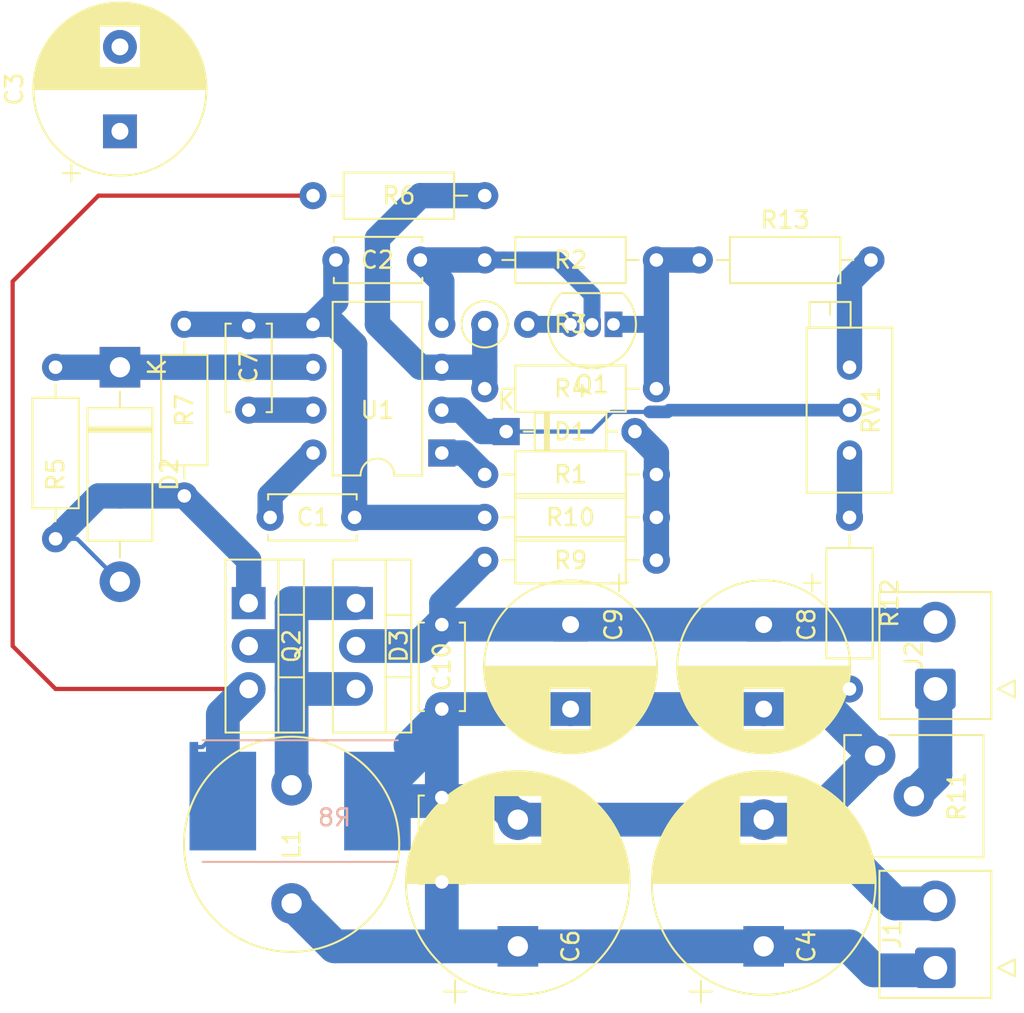
<source format=kicad_pcb>
(kicad_pcb (version 20211014) (generator pcbnew)
  (layers (0 "F.Cu" signal) (31 "B.Cu" signal) (34 "B.Paste" user) (35 "F.Paste" user) (36 "B.SilkS" user "B.Silkscreen") (37 "F.SilkS" user "F.Silkscreen") (38 "B.Mask" user) (39 "F.Mask" user) (44 "Edge.Cuts" user))
  (net 0 "")
  (net 1 "/GND")
  (net 2 "/Vref")
  (net 3 "/RtCt")
  (net 4 "/Vin")
  (net 5 "/Vout")
  (net 6 "/FB")
  (net 7 "/FB_OV")
  (net 8 "/Gate_IC")
  (net 9 "/Gate_M")
  (net 10 "/Vsw")
  (net 11 "/Load_CS")
  (net 12 "Net-(Q1-Pad3)")
  (net 13 "/CS")
  (net 14 "/COMP")
  (net 15 "/CS_flt")
  (net 16 "Net-(R12-Pad1)")
  (net 17 "Net-(R13-Pad2)")
  (footprint "Capacitor_THT:C_Disc_D5.0mm_W2.5mm_P5.00mm" (layer "F.Cu") (at 139.7 73.66)
    (fp_text reference "C1" (at 2.54 0) (layer "F.SilkS"))
    (fp_text value "100n")
    (pad "1" thru_hole circle locked (at 0 0) (size 1.6 1.6) (drill 0.8) (layers *.Cu *.Mask) (net 2 "/Vref"))
    (pad "2" thru_hole circle locked (at 5 0) (size 1.6 1.6) (drill 0.8) (layers *.Cu *.Mask) (net 1 "/GND"))
  )
  (footprint "Capacitor_THT:C_Disc_D5.0mm_W2.5mm_P5.00mm" (layer "F.Cu") (at 148.59 58.42 180)
    (fp_text reference "C2" (at 2.54 0) (layer "F.SilkS"))
    (fp_text value "1n5")
    (pad "1" thru_hole circle locked (at 0 0 180) (size 1.6 1.6) (drill 0.8) (layers *.Cu *.Mask) (net 3 "/RtCt"))
    (pad "2" thru_hole circle locked (at 5 0 180) (size 1.6 1.6) (drill 0.8) (layers *.Cu *.Mask) (net 1 "/GND"))
  )
  (footprint "Capacitor_THT:C_Disc_D5.0mm_W2.5mm_P5.00mm" (layer "F.Cu") (at 149.86 95.25 90)
    (fp_text reference "C5" (at 2.54 0 90) (layer "F.SilkS"))
    (fp_text value "100n")
    (pad "1" thru_hole circle locked (at 0 0 90) (size 1.6 1.6) (drill 0.8) (layers *.Cu *.Mask) (net 4 "/Vin"))
    (pad "2" thru_hole circle locked (at 5 0 90) (size 1.6 1.6) (drill 0.8) (layers *.Cu *.Mask) (net 1 "/GND"))
  )
  (footprint "Capacitor_THT:C_Disc_D5.0mm_W2.5mm_P5.00mm" (layer "F.Cu") (at 138.43 67.31 90)
    (fp_text reference "C7" (at 2.54 0 90) (layer "F.SilkS"))
    (fp_text value "100n")
    (pad "1" thru_hole circle locked (at 0 0 90) (size 1.6 1.6) (drill 0.8) (layers *.Cu *.Mask) (net 4 "/Vin"))
    (pad "2" thru_hole circle locked (at 5 0 90) (size 1.6 1.6) (drill 0.8) (layers *.Cu *.Mask) (net 1 "/GND"))
  )
  (footprint "Capacitor_THT:C_Disc_D5.0mm_W2.5mm_P5.00mm" (layer "F.Cu") (at 149.86 80.01 -90)
    (fp_text reference "C10" (at 2.5 0 90) (layer "F.SilkS"))
    (fp_text value "100n")
    (pad "1" thru_hole circle locked (at 0 0 270) (size 1.6 1.6) (drill 0.8) (layers *.Cu *.Mask) (net 5 "/Vout"))
    (pad "2" thru_hole circle locked (at 5 0 270) (size 1.6 1.6) (drill 0.8) (layers *.Cu *.Mask) (net 1 "/GND"))
  )
  (footprint "Diode_THT:D_DO-35_SOD27_P7.62mm_Horizontal" (layer "F.Cu") (at 153.67 68.58)
    (fp_text reference "D1" (at 3.81 0) (layer "F.SilkS"))
    (fp_text value "1N4148")
    (fp_text user "K" (at 0 -1.8) (layer "F.SilkS"))
    (pad "1" thru_hole rect locked (at 0 0) (size 1.6 1.6) (drill 0.8) (layers *.Cu *.Mask) (net 6 "/FB"))
    (pad "2" thru_hole oval locked (at 7.62 0) (size 1.6 1.6) (drill 0.8) (layers *.Cu *.Mask) (net 7 "/FB_OV"))
  )
  (footprint "Diode_THT:D_DO-15_P12.70mm_Horizontal" (layer "F.Cu") (at 130.81 64.77 -90)
    (fp_text reference "D2" (at 6.35 -2.92 90) (layer "F.SilkS"))
    (fp_text value "D_Schottky")
    (fp_text user "K" (at 0 -2.2 90) (layer "F.SilkS"))
    (pad "1" thru_hole rect locked (at 0 0 270) (size 2.4 2.4) (drill 1.2) (layers *.Cu *.Mask) (net 8 "/Gate_IC"))
    (pad "2" thru_hole oval locked (at 12.7 0 270) (size 2.4 2.4) (drill 1.2) (layers *.Cu *.Mask) (net 9 "/Gate_M"))
  )
  (footprint "Package_TO_SOT_THT:TO-220-3_Vertical" (layer "F.Cu") (at 144.78 78.74 -90)
    (fp_text reference "D3" (at 2.54 -2.54 90) (layer "F.SilkS"))
    (fp_text value "D_Schottky_AKA")
    (pad "1" thru_hole rect locked (at 0 0 270) (size 1.905 2) (drill 1.1) (layers *.Cu *.Mask) (net 10 "/Vsw"))
    (pad "2" thru_hole oval locked (at 2.54 0 270) (size 1.905 2) (drill 1.1) (layers *.Cu *.Mask) (net 5 "/Vout"))
    (pad "3" thru_hole oval locked (at 5.08 0 270) (size 1.905 2) (drill 1.1) (layers *.Cu *.Mask) (net 10 "/Vsw"))
  )
  (footprint "Connector_TE-Connectivity:TE_826576-2_1x02_P3.96mm_Vertical" (layer "F.Cu") (at 179.07 100.33 90)
    (fp_text reference "J1" (at 1.98 -2.54 90) (layer "F.SilkS"))
    (fp_text value "Conn_01x02")
    (pad "1" thru_hole roundrect locked (at 0 0 90) (size 2.4 2.4) (drill 1.4) (layers *.Cu *.Mask) (roundrect_rratio 0.104167) (net 4 "/Vin"))
    (pad "2" thru_hole circle locked (at 3.96 0 90) (size 2.4 2.4) (drill 1.4) (layers *.Cu *.Mask) (net 1 "/GND"))
  )
  (footprint "Connector_TE-Connectivity:TE_826576-2_1x02_P3.96mm_Vertical" (layer "F.Cu") (at 179.07 83.82 90)
    (fp_text reference "J2" (at 1.98 -1.27 90) (layer "F.SilkS"))
    (fp_text value "Conn_01x02")
    (pad "1" thru_hole roundrect locked (at 0 0 90) (size 2.4 2.4) (drill 1.4) (layers *.Cu *.Mask) (roundrect_rratio 0.104167) (net 11 "/Load_CS"))
    (pad "2" thru_hole circle locked (at 3.96 0 90) (size 2.4 2.4) (drill 1.4) (layers *.Cu *.Mask) (net 5 "/Vout"))
  )
  (footprint "Package_TO_SOT_THT:TO-92_Inline" (layer "F.Cu") (at 160.02 62.23 180)
    (fp_text reference "Q1" (at 1.27 -3.56) (layer "F.SilkS"))
    (fp_text value "BC547")
    (pad "1" thru_hole rect locked (at 0 0 180) (size 1.05 1.5) (drill 0.75) (layers *.Cu *.Mask) (net 2 "/Vref"))
    (pad "2" thru_hole oval locked (at 1.27 0 180) (size 1.05 1.5) (drill 0.75) (layers *.Cu *.Mask) (net 3 "/RtCt"))
    (pad "3" thru_hole oval locked (at 2.54 0 180) (size 1.05 1.5) (drill 0.75) (layers *.Cu *.Mask) (net 12 "Net-(Q1-Pad3)"))
  )
  (footprint "Package_TO_SOT_THT:TO-220-3_Vertical" (layer "F.Cu") (at 138.43 78.74 -90)
    (fp_text reference "Q2" (at 2.54 -2.54 90) (layer "F.SilkS"))
    (fp_text value "Q_NMOS_GDS")
    (pad "1" thru_hole rect locked (at 0 0 270) (size 1.905 2) (drill 1.1) (layers *.Cu *.Mask) (net 9 "/Gate_M"))
    (pad "2" thru_hole oval locked (at 2.54 0 270) (size 1.905 2) (drill 1.1) (layers *.Cu *.Mask) (net 10 "/Vsw"))
    (pad "3" thru_hole oval locked (at 5.08 0 270) (size 1.905 2) (drill 1.1) (layers *.Cu *.Mask) (net 13 "/CS"))
  )
  (footprint "Resistor_THT:R_Axial_DIN0207_L6.3mm_D2.5mm_P10.16mm_Horizontal" (layer "F.Cu") (at 152.4 71.12)
    (fp_text reference "R1" (at 5.08 0) (layer "F.SilkS"))
    (fp_text value "68k")
    (pad "1" thru_hole circle locked (at 0 0) (size 1.6 1.6) (drill 0.8) (layers *.Cu *.Mask) (net 14 "/COMP"))
    (pad "2" thru_hole oval locked (at 10.16 0) (size 1.6 1.6) (drill 0.8) (layers *.Cu *.Mask) (net 7 "/FB_OV"))
  )
  (footprint "Resistor_THT:R_Axial_DIN0207_L6.3mm_D2.5mm_P10.16mm_Horizontal" (layer "F.Cu") (at 152.4 58.42)
    (fp_text reference "R2" (at 5.08 0) (layer "F.SilkS"))
    (fp_text value "15k")
    (pad "1" thru_hole circle locked (at 0 0) (size 1.6 1.6) (drill 0.8) (layers *.Cu *.Mask) (net 3 "/RtCt"))
    (pad "2" thru_hole oval locked (at 10.16 0) (size 1.6 1.6) (drill 0.8) (layers *.Cu *.Mask) (net 2 "/Vref"))
  )
  (footprint "Resistor_THT:R_Axial_DIN0207_L6.3mm_D2.5mm_P2.54mm_Vertical" (layer "F.Cu") (at 152.4 62.23)
    (fp_text reference "R3" (at 5.08 0) (layer "F.SilkS"))
    (fp_text value "10k")
    (pad "1" thru_hole circle locked (at 0 0) (size 1.6 1.6) (drill 0.8) (layers *.Cu *.Mask) (net 15 "/CS_flt"))
    (pad "2" thru_hole oval locked (at 2.54 0) (size 1.6 1.6) (drill 0.8) (layers *.Cu *.Mask) (net 12 "Net-(Q1-Pad3)"))
  )
  (footprint "Resistor_THT:R_Axial_DIN0207_L6.3mm_D2.5mm_P10.16mm_Horizontal" (layer "F.Cu") (at 127 74.93 90)
    (fp_text reference "R5" (at 3.81 0 90) (layer "F.SilkS"))
    (fp_text value "10")
    (pad "1" thru_hole circle locked (at 0 0 90) (size 1.6 1.6) (drill 0.8) (layers *.Cu *.Mask) (net 9 "/Gate_M"))
    (pad "2" thru_hole oval locked (at 10.16 0 90) (size 1.6 1.6) (drill 0.8) (layers *.Cu *.Mask) (net 8 "/Gate_IC"))
  )
  (footprint "Resistor_THT:R_Axial_DIN0207_L6.3mm_D2.5mm_P10.16mm_Horizontal" (layer "F.Cu") (at 142.24 54.61)
    (fp_text reference "R6" (at 5.08 0) (layer "F.SilkS"))
    (fp_text value "1k")
    (pad "1" thru_hole circle locked (at 0 0) (size 1.6 1.6) (drill 0.8) (layers *.Cu *.Mask) (net 13 "/CS"))
    (pad "2" thru_hole oval locked (at 10.16 0) (size 1.6 1.6) (drill 0.8) (layers *.Cu *.Mask) (net 15 "/CS_flt"))
  )
  (footprint "Resistor_THT:R_Axial_DIN0207_L6.3mm_D2.5mm_P10.16mm_Horizontal" (layer "F.Cu") (at 134.62 62.23 -90)
    (fp_text reference "R7" (at 5.08 0 90) (layer "F.SilkS"))
    (fp_text value "22k")
    (pad "1" thru_hole circle locked (at 0 0 270) (size 1.6 1.6) (drill 0.8) (layers *.Cu *.Mask) (net 1 "/GND"))
    (pad "2" thru_hole oval locked (at 10.16 0 270) (size 1.6 1.6) (drill 0.8) (layers *.Cu *.Mask) (net 9 "/Gate_M"))
  )
  (footprint "Resistor_THT:R_Axial_DIN0207_L6.3mm_D2.5mm_P10.16mm_Horizontal" (layer "F.Cu") (at 152.4 76.2)
    (fp_text reference "R9" (at 5.08 0) (layer "F.SilkS"))
    (fp_text value "26k7")
    (pad "1" thru_hole circle locked (at 0 0) (size 1.6 1.6) (drill 0.8) (layers *.Cu *.Mask) (net 5 "/Vout"))
    (pad "2" thru_hole oval locked (at 10.16 0) (size 1.6 1.6) (drill 0.8) (layers *.Cu *.Mask) (net 7 "/FB_OV"))
  )
  (footprint "Potentiometer_THT:Potentiometer_Bourns_3296X_Horizontal" (layer "F.Cu") (at 173.99 69.85 -90)
    (fp_text reference "RV1" (at -2.54 -1.27 90) (layer "F.SilkS"))
    (fp_text value "5k")
    (pad "1" thru_hole circle locked (at 0 0 270) (size 1.44 1.44) (drill 0.8) (layers *.Cu *.Mask) (net 16 "Net-(R12-Pad1)"))
    (pad "2" thru_hole circle locked (at -2.54 0 270) (size 1.44 1.44) (drill 0.8) (layers *.Cu *.Mask) (net 6 "/FB"))
    (pad "3" thru_hole circle locked (at -5.08 0 270) (size 1.44 1.44) (drill 0.8) (layers *.Cu *.Mask) (net 17 "Net-(R13-Pad2)"))
  )
  (footprint "Package_DIP:DIP-8_W7.62mm" (layer "F.Cu") (at 149.86 69.85 180)
    (fp_text reference "U1" (at 3.81 2.54) (layer "F.SilkS"))
    (fp_text value "UC3843_DIP8")
    (pad "1" thru_hole rect locked (at 0 0 180) (size 1.6 1.6) (drill 0.8) (layers *.Cu *.Mask) (net 14 "/COMP"))
    (pad "2" thru_hole oval locked (at 0 2.54 180) (size 1.6 1.6) (drill 0.8) (layers *.Cu *.Mask) (net 6 "/FB"))
    (pad "3" thru_hole oval locked (at 0 5.08 180) (size 1.6 1.6) (drill 0.8) (layers *.Cu *.Mask) (net 15 "/CS_flt"))
    (pad "4" thru_hole oval locked (at 0 7.62 180) (size 1.6 1.6) (drill 0.8) (layers *.Cu *.Mask) (net 3 "/RtCt"))
    (pad "5" thru_hole oval locked (at 7.62 7.62 180) (size 1.6 1.6) (drill 0.8) (layers *.Cu *.Mask) (net 1 "/GND"))
    (pad "6" thru_hole oval locked (at 7.62 5.08 180) (size 1.6 1.6) (drill 0.8) (layers *.Cu *.Mask) (net 8 "/Gate_IC"))
    (pad "7" thru_hole oval locked (at 7.62 2.54 180) (size 1.6 1.6) (drill 0.8) (layers *.Cu *.Mask) (net 4 "/Vin"))
    (pad "8" thru_hole oval locked (at 7.62 0 180) (size 1.6 1.6) (drill 0.8) (layers *.Cu *.Mask) (net 2 "/Vref"))
  )
  (footprint "Resistor_THT:R_Axial_DIN0207_L6.3mm_D2.5mm_P10.16mm_Horizontal" (layer "F.Cu") (at 162.56 73.66 180)
    (fp_text reference "R10" (at 5.08 0) (layer "F.SilkS"))
    (fp_text value "2k2")
    (pad "1" thru_hole circle locked (at 0 0 180) (size 1.6 1.6) (drill 0.8) (layers *.Cu *.Mask) (net 7 "/FB_OV"))
    (pad "2" thru_hole oval locked (at 10.16 0 180) (size 1.6 1.6) (drill 0.8) (layers *.Cu *.Mask) (net 1 "/GND"))
  )
  (footprint "Resistor_THT:R_Axial_DIN0207_L6.3mm_D2.5mm_P10.16mm_Horizontal" (layer "F.Cu") (at 162.56 66.04 180)
    (fp_text reference "R4" (at 5.08 0) (layer "F.SilkS"))
    (fp_text value "DNP 27k")
    (pad "1" thru_hole circle locked (at 0 0 180) (size 1.6 1.6) (drill 0.8) (layers *.Cu *.Mask) (net 2 "/Vref"))
    (pad "2" thru_hole oval locked (at 10.16 0 180) (size 1.6 1.6) (drill 0.8) (layers *.Cu *.Mask) (net 15 "/CS_flt"))
  )
  (footprint "Capacitor_THT:CP_Radial_D13.0mm_P7.50mm" (layer "F.Cu") (at 168.91 99.06 90)
    (fp_text reference "C4" (at 0 2.54 90) (layer "F.SilkS"))
    (fp_text value "500u")
    (pad "1" thru_hole rect locked (at 0 0 90) (size 2.4 2.4) (drill 1.2) (layers *.Cu *.Mask) (net 4 "/Vin"))
    (pad "2" thru_hole circle locked (at 7.5 0 90) (size 2.4 2.4) (drill 1.2) (layers *.Cu *.Mask) (net 1 "/GND"))
  )
  (footprint "Capacitor_THT:CP_Radial_D13.0mm_P7.50mm" (layer "F.Cu") (at 154.36 99.06 90)
    (fp_text reference "C6" (at 0 3.12 90) (layer "F.SilkS"))
    (fp_text value "500u")
    (pad "1" thru_hole rect locked (at 0 0 90) (size 2.4 2.4) (drill 1.2) (layers *.Cu *.Mask) (net 4 "/Vin"))
    (pad "2" thru_hole circle locked (at 7.5 0 90) (size 2.4 2.4) (drill 1.2) (layers *.Cu *.Mask) (net 1 "/GND"))
  )
  (footprint "Capacitor_THT:CP_Radial_D10.0mm_P5.00mm" (layer "F.Cu") (at 168.91 80.01 -90)
    (fp_text reference "C8" (at 0 -2.54 90) (layer "F.SilkS"))
    (fp_text value "47u")
    (pad "1" thru_hole rect locked (at 0 0 270) (size 2 2) (drill 1) (layers *.Cu *.Mask) (net 5 "/Vout"))
    (pad "2" thru_hole circle locked (at 5 0 270) (size 2 2) (drill 1) (layers *.Cu *.Mask) (net 1 "/GND"))
  )
  (footprint "Capacitor_THT:CP_Radial_D10.0mm_P5.00mm" (layer "F.Cu") (at 157.48 80.01 -90)
    (fp_text reference "C9" (at 0 -2.54 90) (layer "F.SilkS"))
    (fp_text value "47u")
    (pad "1" thru_hole rect locked (at 0 0 270) (size 2 2) (drill 1) (layers *.Cu *.Mask) (net 5 "/Vout"))
    (pad "2" thru_hole circle locked (at 5 0 270) (size 2 2) (drill 1) (layers *.Cu *.Mask) (net 1 "/GND"))
  )
  (footprint "Inductor_THT:L_Radial_D12.5mm_P7.00mm_Fastron_09HCP" (layer "F.Cu") (at 140.97 96.52 90)
    (fp_text reference "L1" (at 3.5 0 90) (layer "F.SilkS"))
    (fp_text value "33u")
    (pad "1" thru_hole circle locked (at 0 0 90) (size 2.4 2.4) (drill 1.2) (layers *.Cu *.Mask) (net 4 "/Vin"))
    (pad "2" thru_hole circle locked (at 7 0 90) (size 2.4 2.4) (drill 1.2) (layers *.Cu *.Mask) (net 10 "/Vsw"))
  )
  (footprint "Resistor_THT:R_Radial_Power_L7.0mm_W8.0mm_Px2.40mm_Py2.30mm" (layer "F.Cu") (at 177.8 90.17 90)
    (fp_text reference "R11" (at 0 2.54 90) (layer "F.SilkS"))
    (fp_text value "220m")
    (pad "1" thru_hole circle locked (at 0 0 90) (size 2.4 2.4) (drill 1.2) (layers *.Cu *.Mask) (net 11 "/Load_CS"))
    (pad "2" thru_hole circle locked (at 2.4 -2.3 90) (size 2.4 2.4) (drill 1.2) (layers *.Cu *.Mask) (net 1 "/GND"))
  )
  (footprint "Resistor_THT:R_Axial_DIN0207_L6.3mm_D2.5mm_P10.16mm_Horizontal" (layer "F.Cu") (at 173.99 73.66 -90)
    (fp_text reference "R12" (at 5.08 -2.37 90) (layer "F.SilkS"))
    (fp_text value "68k")
    (pad "1" thru_hole circle locked (at 0 0 270) (size 1.6 1.6) (drill 0.8) (layers *.Cu *.Mask) (net 16 "Net-(R12-Pad1)"))
    (pad "2" thru_hole oval locked (at 10.16 0 270) (size 1.6 1.6) (drill 0.8) (layers *.Cu *.Mask) (net 11 "/Load_CS"))
  )
  (footprint "Resistor_THT:R_Axial_DIN0207_L6.3mm_D2.5mm_P10.16mm_Horizontal" (layer "F.Cu") (at 165.1 58.42)
    (fp_text reference "R13" (at 5.08 -2.37) (layer "F.SilkS"))
    (fp_text value "80k")
    (pad "1" thru_hole circle locked (at 0 0) (size 1.6 1.6) (drill 0.8) (layers *.Cu *.Mask) (net 2 "/Vref"))
    (pad "2" thru_hole oval locked (at 10.16 0) (size 1.6 1.6) (drill 0.8) (layers *.Cu *.Mask) (net 17 "Net-(R13-Pad2)"))
  )
  (footprint "Capacitor_THT:CP_Radial_D10.0mm_P5.00mm" (layer "F.Cu") (at 130.81 50.8 90)
    (fp_text reference "C3" (at 2.5 -6.25 90) (layer "F.SilkS"))
    (fp_text value "10u")
    (pad "1" thru_hole rect locked (at 0 0 90) (size 2 2) (drill 1) (layers *.Cu *.Mask) (net 4 "/Vin"))
    (pad "2" thru_hole circle locked (at 5 0 90) (size 2 2) (drill 1) (layers *.Cu *.Mask) (net 1 "/GND"))
  )
  (footprint "Resistor_SMD:R_Shunt_Vishay_WSR2_WSR3_KelvinConnection" (layer "B.Cu") (at 141.475 90.17)
    (fp_text reference "R8" (at 2.035 1.27 180) (layer "B.SilkS") (effects (justify mirror)))
    (fp_text value "100m")
    (pad "1" smd rect locked (at -6.29 -2.91) (size 0.51 0.6) (layers "B.Cu" "B.Paste" "B.Mask") (net 13 "/CS"))
    (pad "1" smd rect locked (at -4.575 0.29) (size 3.94 5.84) (layers "B.Cu" "B.Paste" "B.Mask") (net 13 "/CS"))
    (pad "2" smd rect locked (at 4.575 0.29) (size 3.94 5.84) (layers "B.Cu" "B.Paste" "B.Mask") (net 1 "/GND"))
    (pad "2" smd rect locked (at 6.29 -2.91) (size 0.51 0.6) (layers "B.Cu" "B.Paste" "B.Mask") (net 1 "/GND"))
  )
  (segment (start 172.74 85.01) (end 175.5 87.77) (width 2) (layer "B.Cu") (net 1))
  (segment (start 168.91 85.01) (end 172.74 85.01) (width 2) (layer "B.Cu") (net 1))
  (segment (start 171.71 91.56) (end 175.5 87.77) (width 2) (layer "B.Cu") (net 1))
  (segment (start 149.86 86.65) (end 146.05 90.46) (width 1.5) (layer "B.Cu") (net 1))
  (segment (start 179.07 96.52) (end 176.67 96.52) (width 2) (layer "B.Cu") (net 1))
  (segment (start 144.7 63.42) (end 143.51 62.23) (width 1.5) (layer "B.Cu") (net 1))
  (segment (start 153.26 90.46) (end 154.36 91.56) (width 2) (layer "B.Cu") (net 1))
  (segment (start 142.16 62.31) (end 142.24 62.23) (width 1.5) (layer "B.Cu") (net 1))
  (segment (start 149.86 85.01) (end 149.86 90.25) (width 2) (layer "B.Cu") (net 1))
  (segment (start 176.67 96.52) (end 171.71 91.56) (width 2) (layer "B.Cu") (net 1))
  (segment (start 146.05 90.46) (end 153.26 90.46) (width 2) (layer "B.Cu") (net 1))
  (segment (start 149.86 85.01) (end 149.86 86.65) (width 1.5) (layer "B.Cu") (net 1))
  (segment (start 138.35 62.23) (end 138.43 62.31) (width 1.5) (layer "B.Cu") (net 1))
  (segment (start 147.765 87.105) (end 149.86 85.01) (width 1.5) (layer "B.Cu") (net 1))
  (segment (start 152.4 73.66) (end 144.7 73.66) (width 1.5) (layer "B.Cu") (net 1))
  (segment (start 134.62 62.23) (end 138.35 62.23) (width 1.5) (layer "B.Cu") (net 1))
  (segment (start 143.59 58.42) (end 143.59 60.88) (width 1.5) (layer "B.Cu") (net 1))
  (segment (start 147.765 87.26) (end 147.765 87.105) (width 1.5) (layer "B.Cu") (net 1))
  (segment (start 144.7 73.66) (end 144.7 63.42) (width 1.5) (layer "B.Cu") (net 1))
  (segment (start 138.43 62.31) (end 142.16 62.31) (width 1.5) (layer "B.Cu") (net 1))
  (segment (start 168.91 85.01) (end 149.86 85.01) (width 2) (layer "B.Cu") (net 1))
  (segment (start 143.59 60.88) (end 142.24 62.23) (width 1.5) (layer "B.Cu") (net 1))
  (segment (start 168.91 91.56) (end 154.36 91.56) (width 2) (layer "B.Cu") (net 1))
  (segment (start 143.51 62.23) (end 142.24 62.23) (width 1.5) (layer "B.Cu") (net 1))
  (segment (start 168.91 91.56) (end 171.71 91.56) (width 2) (layer "B.Cu") (net 1))
  (segment (start 139.7 73.66) (end 139.7 72.39) (width 1.5) (layer "B.Cu") (net 2))
  (segment (start 160.02 62.23) (end 161.545 62.23) (width 1) (layer "B.Cu") (net 2))
  (segment (start 162.56 62.23) (end 162.56 58.42) (width 1.5) (layer "B.Cu") (net 2))
  (segment (start 139.7 72.39) (end 142.24 69.85) (width 1.5) (layer "B.Cu") (net 2))
  (segment (start 165.1 58.42) (end 162.56 58.42) (width 1.5) (layer "B.Cu") (net 2))
  (segment (start 162.56 66.04) (end 162.56 62.23) (width 1.5) (layer "B.Cu") (net 2))
  (segment (start 161.545 62.23) (end 162.56 62.23) (width 1) (layer "B.Cu") (net 2))
  (segment (start 153.53137 58.42) (end 152.4 58.42) (width 1) (layer "B.Cu") (net 3))
  (segment (start 149.86 59.69) (end 148.59 58.42) (width 1.5) (layer "B.Cu") (net 3))
  (segment (start 158.75 62.23) (end 158.75 60.48) (width 1) (layer "B.Cu") (net 3))
  (segment (start 156.69 58.42) (end 153.53137 58.42) (width 1) (layer "B.Cu") (net 3))
  (segment (start 149.86 62.23) (end 149.86 59.69) (width 1.5) (layer "B.Cu") (net 3))
  (segment (start 148.59 58.42) (end 152.4 58.42) (width 1.5) (layer "B.Cu") (net 3))
  (segment (start 158.75 60.48) (end 156.69 58.42) (width 1) (layer "B.Cu") (net 3))
  (segment (start 168.91 99.06) (end 173.99 99.06) (width 2) (layer "B.Cu") (net 4))
  (segment (start 138.43 67.31) (end 142.24 67.31) (width 1.5) (layer "B.Cu") (net 4))
  (segment (start 149.86 95.25) (end 149.86 99.06) (width 2) (layer "B.Cu") (net 4))
  (segment (start 173.99 99.06) (end 175.41 100.48) (width 2) (layer "B.Cu") (net 4))
  (segment (start 143.51 99.06) (end 140.97 96.52) (width 2) (layer "B.Cu") (net 4))
  (segment (start 175.41 100.48) (end 179.07 100.48) (width 2) (layer "B.Cu") (net 4))
  (segment (start 154.36 99.06) (end 149.86 99.06) (width 2) (layer "B.Cu") (net 4))
  (segment (start 149.86 99.06) (end 143.51 99.06) (width 2) (layer "B.Cu") (net 4))
  (segment (start 154.36 99.06) (end 168.91 99.06) (width 2) (layer "B.Cu") (net 4))
  (segment (start 149.86 78.74) (end 152.4 76.2) (width 1.5) (layer "B.Cu") (net 5))
  (segment (start 149.86 80.01) (end 149.86 78.74) (width 1.5) (layer "B.Cu") (net 5))
  (segment (start 148.59 81.28) (end 149.86 80.01) (width 2) (layer "B.Cu") (net 5))
  (segment (start 179.07 80.01) (end 149.86 80.01) (width 2) (layer "B.Cu") (net 5))
  (segment (start 144.78 81.28) (end 148.59 81.28) (width 2) (layer "B.Cu") (net 5))
  (segment (start 159.914999 67.415001) (end 162.160003 67.415001) (width 0.25) (layer "B.Cu") (net 6))
  (segment (start 150.99137 67.31) (end 149.86 67.31) (width 1.5) (layer "B.Cu") (net 6))
  (segment (start 153.67 68.58) (end 152.26137 68.58) (width 1.5) (layer "B.Cu") (net 6))
  (segment (start 158.75 68.58) (end 159.914999 67.415001) (width 0.25) (layer "B.Cu") (net 6))
  (segment (start 153.67 68.58) (end 158.75 68.58) (width 0.25) (layer "B.Cu") (net 6))
  (segment (start 163.325002 67.31) (end 163.220001 67.415001) (width 0.75) (layer "B.Cu") (net 6))
  (segment (start 173.99 67.31) (end 163.325002 67.31) (width 0.75) (layer "B.Cu") (net 6))
  (segment (start 163.220001 67.415001) (end 162.160003 67.415001) (width 0.75) (layer "B.Cu") (net 6))
  (segment (start 152.26137 68.58) (end 150.99137 67.31) (width 1.5) (layer "B.Cu") (net 6))
  (segment (start 162.56 69.85) (end 161.29 68.58) (width 1.5) (layer "B.Cu") (net 7))
  (segment (start 162.56 76.2) (end 162.56 69.85) (width 1.5) (layer "B.Cu") (net 7))
  (segment (start 127 64.77) (end 142.24 64.77) (width 1.5) (layer "B.Cu") (net 8))
  (segment (start 138.43 78.74) (end 138.43 76.2) (width 1.5) (layer "B.Cu") (net 9))
  (segment (start 130.81 72.39) (end 129.54 72.39) (width 1.5) (layer "B.Cu") (net 9))
  (segment (start 128.27 74.93) (end 127 74.93) (width 0.25) (layer "B.Cu") (net 9))
  (segment (start 130.81 77.47) (end 128.27 74.93) (width 0.25) (layer "B.Cu") (net 9))
  (segment (start 134.62 72.39) (end 130.81 72.39) (width 1.5) (layer "B.Cu") (net 9))
  (segment (start 129.54 72.39) (end 127 74.93) (width 1.5) (layer "B.Cu") (net 9))
  (segment (start 138.43 76.2) (end 134.62 72.39) (width 1.5) (layer "B.Cu") (net 9))
  (segment (start 141.78 83.82) (end 140.97 83.82) (width 2) (layer "B.Cu") (net 10))
  (segment (start 140.97 81.28) (end 138.43 81.28) (width 2) (layer "B.Cu") (net 10))
  (segment (start 140.97 83.82) (end 140.97 81.28) (width 2) (layer "B.Cu") (net 10))
  (segment (start 140.97 81.28) (end 140.97 78.74) (width 2) (layer "B.Cu") (net 10))
  (segment (start 140.97 89.52) (end 140.97 83.82) (width 2) (layer "B.Cu") (net 10))
  (segment (start 144.78 83.82) (end 141.78 83.82) (width 2) (layer "B.Cu") (net 10))
  (segment (start 140.97 78.74) (end 144.78 78.74) (width 2) (layer "B.Cu") (net 10))
  (segment (start 179.07 88.9) (end 177.8 90.17) (width 2) (layer "B.Cu") (net 11))
  (segment (start 179.07 83.97) (end 179.07 88.9) (width 2) (layer "B.Cu") (net 11))
  (segment (start 157.48 62.23) (end 154.94 62.23) (width 1) (layer "B.Cu") (net 12))
  (segment (start 129.54 54.61) (end 142.24 54.61) (width 0.25) (layer "F.Cu") (net 13))
  (segment (start 124.46 59.69) (end 129.54 54.61) (width 0.25) (layer "F.Cu") (net 13))
  (segment (start 138.43 83.82) (end 127 83.82) (width 0.25) (layer "F.Cu") (net 13))
  (segment (start 127 83.82) (end 124.46 81.28) (width 0.25) (layer "F.Cu") (net 13))
  (segment (start 124.46 81.28) (end 124.46 59.69) (width 0.25) (layer "F.Cu") (net 13))
  (segment (start 136.9 85.35) (end 136.9 86.05) (width 0.25) (layer "B.Cu") (net 13))
  (segment (start 135.69 87.26) (end 135.185 87.26) (width 0.25) (layer "B.Cu") (net 13))
  (segment (start 136.9 90.46) (end 136.9 85.35) (width 2) (layer "B.Cu") (net 13))
  (segment (start 136.9 86.05) (end 135.69 87.26) (width 0.25) (layer "B.Cu") (net 13))
  (segment (start 136.9 85.35) (end 138.43 83.82) (width 2) (layer "B.Cu") (net 13))
  (segment (start 149.86 69.85) (end 151.13 69.85) (width 1.5) (layer "B.Cu") (net 14))
  (segment (start 151.13 69.85) (end 152.4 71.12) (width 1.5) (layer "B.Cu") (net 14))
  (segment (start 149.86 64.77) (end 148.59 64.77) (width 1.5) (layer "B.Cu") (net 15))
  (segment (start 148.59 64.77) (end 146.05 62.23) (width 1.5) (layer "B.Cu") (net 15))
  (segment (start 148.59 54.61) (end 152.4 54.61) (width 1.5) (layer "B.Cu") (net 15))
  (segment (start 152.4 64.77) (end 152.4 62.23) (width 1.5) (layer "B.Cu") (net 15))
  (segment (start 149.86 64.77) (end 152.4 64.77) (width 1.5) (layer "B.Cu") (net 15))
  (segment (start 152.4 66.04) (end 152.4 64.77) (width 1.5) (layer "B.Cu") (net 15))
  (segment (start 146.05 62.23) (end 146.05 57.15) (width 1.5) (layer "B.Cu") (net 15))
  (segment (start 146.05 57.15) (end 148.59 54.61) (width 1.5) (layer "B.Cu") (net 15))
  (segment (start 173.99 73.66) (end 173.99 69.85) (width 1.5) (layer "B.Cu") (net 16))
  (segment (start 173.99 59.69) (end 175.26 58.42) (width 1.5) (layer "B.Cu") (net 17))
  (segment (start 173.99 64.77) (end 173.99 59.69) (width 1.5) (layer "B.Cu") (net 17))
)
</source>
